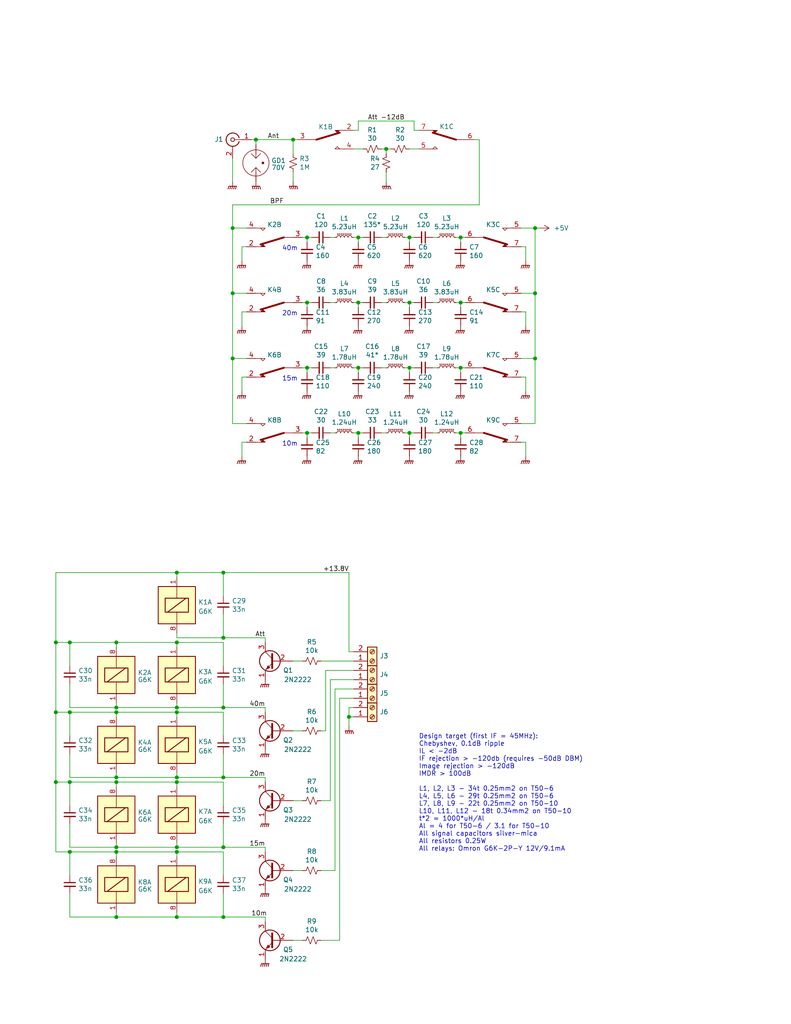
<source format=kicad_sch>
(kicad_sch (version 20230121) (generator eeschema)
  (paper "USLetter" portrait)
  (title_block (title "BPF") (date "2023-03-27") (rev "3") (company "VA3AUI"))
  (lib_symbols
    (symbol "+5V_3" (power) (pin_names (offset 0))
      (property "Value" "Mixer" (at 3.302 -1.778 90))
      (symbol "+5V_3_1_1"
        (pin power_in line (at 0 0 90) (length 0) hide (name "+5V") (number "1"))
      )
    )
    (symbol "Connector:Conn_Coaxial" (pin_names (offset 1.016) hide)
      (property "Reference" "J" (at 0.254 3.048 0))
      (property "Value" "Conn_Coaxial" (at 2.921 0 90))
      (symbol "Conn_Coaxial_1_1"
        (pin passive line (at -5.08 0 0) (length 2.54) (name "In") (number "1"))
        (pin passive line (at 0 -5.08 90) (length 2.54) (name "Ext") (number "2"))
      )
    )
    (symbol "Connector:Screw_Terminal_01x02" (pin_names (offset 1.016) hide)
      (property "Reference" "J" (at 0 2.54 0))
      (property "Value" "Screw_Terminal_01x02" (at 0 -5.08 0))
      (symbol "Screw_Terminal_01x02_1_1"
        (pin passive line (at -5.08 0 0) (length 3.81) (name "Pin_1") (number "1"))
        (pin passive line (at -5.08 -2.54 0) (length 3.81) (name "Pin_2") (number "2"))
      )
    )
    (symbol "Device:C_Small" (pin_numbers hide) (pin_names (offset 0.254) hide)
      (property "Reference" "C" (at 0.254 1.778 0))
      (property "Value" "C_Small" (at 0.254 -2.032 0))
      (symbol "C_Small_1_1"
        (pin passive line (at 0 2.54 270) (length 2.032) (name "~") (number "1"))
        (pin passive line (at 0 -2.54 90) (length 2.032) (name "~") (number "2"))
      )
    )
    (symbol "Device:GDT_2Pin" (pin_numbers hide)
      (property "Reference" "GD" (at 5.08 0 90))
      (property "Value" "GDT_2Pin" (at 7.62 0 90))
      (symbol "GDT_2Pin_1_1"
        (pin passive line (at 0 -5.08 90) (length 2.54) (name "~") (number "1"))
        (pin passive line (at 0 5.08 270) (length 2.54) (name "~") (number "3"))
      )
    )
    (symbol "Device:L_Core_Ferrite_Small" (pin_numbers hide) (pin_names (offset 0.254) hide)
      (property "Reference" "L" (at 1.27 1.016 0))
      (property "Value" "Device_L_Core_Ferrite_Small" (at 1.27 -1.27 0))
      (symbol "L_Core_Ferrite_Small_1_1"
        (pin passive line (at 0 2.54 270) (length 0.508) (name "~") (number "1"))
        (pin passive line (at 0 -2.54 90) (length 0.508) (name "~") (number "2"))
      )
    )
    (symbol "Device:R_Small_US" (pin_numbers hide) (pin_names (offset 0.254) hide)
      (property "Reference" "R" (at 0.762 0.508 0))
      (property "Value" "R_Small_US" (at 0.762 -1.016 0))
      (symbol "R_Small_US_1_1"
        (pin passive line (at 0 2.54 270) (length 1.016) (name "~") (number "1"))
        (pin passive line (at 0 -2.54 90) (length 1.016) (name "~") (number "2"))
      )
    )
    (symbol "Transistor_BJT:2N3904" (pin_names (offset 0) hide)
      (property "Reference" "Q" (at 5.08 1.905 0))
      (property "Value" "2N3904" (at 5.08 0 0))
      (symbol "2N3904_1_1"
        (pin passive line (at 2.54 -5.08 90) (length 2.54) (name "E") (number "1"))
        (pin passive line (at -5.08 0 0) (length 5.715) (name "B") (number "2"))
        (pin passive line (at 2.54 5.08 270) (length 2.54) (name "C") (number "3"))
      )
    )
    (symbol "VA3AUI:G6K-2P-Y_Split"
      (property "Reference" "K" (at 6.35 1.27 0))
      (property "Value" "G6K-2P-Y_Split" (at 6.35 -1.27 0))
      (symbol "G6K-2P-Y_Split_1_1"
        (pin passive line (at 0 7.62 270) (length 2.54) (name "~") (number "1"))
        (pin passive line (at 0 -7.62 90) (length 2.54) (name "~") (number "8"))
      )
      (symbol "G6K-2P-Y_Split_2_1"
        (pin passive line (at -2.54 7.62 270) (length 2.54) (name "~") (number "2"))
        (pin passive line (at 0 -7.62 90) (length 2.54) (name "~") (number "3"))
        (pin passive line (at 2.54 7.62 270) (length 2.54) (name "~") (number "4"))
      )
      (symbol "G6K-2P-Y_Split_3_1"
        (pin passive line (at 2.54 7.62 270) (length 2.54) (name "~") (number "5"))
        (pin passive line (at 0 -7.62 90) (length 2.54) (name "~") (number "6"))
        (pin passive line (at -2.54 7.62 270) (length 2.54) (name "~") (number "7"))
      )
    )
    (symbol "power:GNDPWR" (power) (pin_names (offset 0))
      (property "Value" "GNDPWR" (at 0 -3.302 0))
      (symbol "GNDPWR_1_1"
        (pin power_in line (at 0 0 270) (length 0) hide (name "GNDPWR") (number "1"))
      )
    )
  )
  (junction (at 48.26 250.19))
  (junction (at 31.75 250.19))
  (junction (at 125.73 82.55))
  (junction (at 60.96 173.99))
  (junction (at 15.24 213.36))
  (junction (at 63.5 62.23))
  (junction (at 97.79 64.77))
  (junction (at 19.05 194.31))
  (junction (at 31.75 232.41))
  (junction (at 48.26 212.09))
  (junction (at 31.75 212.09))
  (junction (at 48.26 232.41))
  (junction (at 111.76 82.55))
  (junction (at 48.26 213.36))
  (junction (at 60.96 212.09))
  (junction (at 31.75 194.31))
  (junction (at 146.05 80.01))
  (junction (at 111.76 64.77))
  (junction (at 80.01 38.1))
  (junction (at 146.05 97.79))
  (junction (at 60.96 250.19))
  (junction (at 60.96 156.21))
  (junction (at 63.5 80.01))
  (junction (at 15.24 194.31))
  (junction (at 125.73 118.11))
  (junction (at 111.76 118.11))
  (junction (at 105.41 40.64))
  (junction (at 83.82 100.33))
  (junction (at 97.79 82.55))
  (junction (at 19.05 232.41))
  (junction (at 60.96 231.14))
  (junction (at 31.75 175.26))
  (junction (at 97.79 118.11))
  (junction (at 31.75 213.36))
  (junction (at 125.73 100.33))
  (junction (at 15.24 175.26))
  (junction (at 69.85 38.1))
  (junction (at 111.76 100.33))
  (junction (at 48.26 175.26))
  (junction (at 97.79 100.33))
  (junction (at 31.75 231.14))
  (junction (at 63.5 97.79))
  (junction (at 95.25 195.58))
  (junction (at 48.26 194.31))
  (junction (at 19.05 175.26))
  (junction (at 48.26 231.14))
  (junction (at 83.82 82.55))
  (junction (at 60.96 193.04))
  (junction (at 31.75 193.04))
  (junction (at 83.82 118.11))
  (junction (at 125.73 64.77))
  (junction (at 48.26 156.21))
  (junction (at 83.82 64.77))
  (junction (at 146.05 62.23))
  (junction (at 48.26 193.04))
  (junction (at 19.05 213.36))
  (wire (pts (xy 95.25 156.21) (xy 95.25 177.8)))
  (wire (pts (xy 48.26 233.68) (xy 48.26 232.41)))
  (wire (pts (xy 110.49 82.55) (xy 111.76 82.55)))
  (wire (pts (xy 83.82 118.11) (xy 85.09 118.11)))
  (wire (pts (xy 48.26 213.36) (xy 60.96 213.36)))
  (wire (pts (xy 48.26 250.19) (xy 60.96 250.19)))
  (wire (pts (xy 97.79 66.04) (xy 97.79 64.77)))
  (wire (pts (xy 95.25 177.8) (xy 96.52 177.8)))
  (wire (pts (xy 146.05 97.79) (xy 142.24 97.79)))
  (wire (pts (xy 63.5 62.23) (xy 63.5 80.01)))
  (wire (pts (xy 31.75 176.53) (xy 31.75 175.26)))
  (wire (pts (xy 83.82 64.77) (xy 83.82 66.04)))
  (wire (pts (xy 19.05 186.69) (xy 19.05 193.04)))
  (wire (pts (xy 97.79 64.77) (xy 99.06 64.77)))
  (wire (pts (xy 31.75 214.63) (xy 31.75 213.36)))
  (wire (pts (xy 83.82 118.11) (xy 83.82 119.38)))
  (wire (pts (xy 111.76 83.82) (xy 111.76 82.55)))
  (wire (pts (xy 19.05 212.09) (xy 19.05 205.74)))
  (wire (pts (xy 48.26 232.41) (xy 60.96 232.41)))
  (wire (pts (xy 125.73 64.77) (xy 127 64.77)))
  (wire (pts (xy 31.75 233.68) (xy 31.75 232.41)))
  (wire (pts (xy 19.05 250.19) (xy 19.05 243.84)))
  (wire (pts (xy 111.76 40.64) (xy 114.3 40.64)))
  (wire (pts (xy 31.75 213.36) (xy 48.26 213.36)))
  (wire (pts (xy 142.24 115.57) (xy 146.05 115.57)))
  (wire (pts (xy 143.51 67.31) (xy 143.51 71.12)))
  (wire (pts (xy 111.76 66.04) (xy 111.76 64.77)))
  (wire (pts (xy 48.26 210.82) (xy 48.26 212.09)))
  (wire (pts (xy 105.41 49.53) (xy 105.41 46.99)))
  (wire (pts (xy 19.05 238.76) (xy 19.05 232.41)))
  (wire (pts (xy 96.52 40.64) (xy 99.06 40.64)))
  (wire (pts (xy 130.81 38.1) (xy 129.54 38.1)))
  (wire (pts (xy 124.46 82.55) (xy 125.73 82.55)))
  (wire (pts (xy 105.41 40.64) (xy 104.14 40.64)))
  (wire (pts (xy 63.5 97.79) (xy 63.5 115.57)))
  (wire (pts (xy 66.04 124.46) (xy 66.04 120.65)))
  (wire (pts (xy 87.63 237.49) (xy 91.44 237.49)))
  (wire (pts (xy 48.26 173.99) (xy 60.96 173.99)))
  (wire (pts (xy 60.96 250.19) (xy 72.39 250.19)))
  (wire (pts (xy 48.26 191.77) (xy 48.26 193.04)))
  (wire (pts (xy 66.04 67.31) (xy 67.31 67.31)))
  (wire (pts (xy 143.51 106.68) (xy 143.51 102.87)))
  (wire (pts (xy 60.96 173.99) (xy 72.39 173.99)))
  (wire (pts (xy 31.75 194.31) (xy 48.26 194.31)))
  (wire (pts (xy 125.73 119.38) (xy 125.73 118.11)))
  (wire (pts (xy 91.44 187.96) (xy 96.52 187.96)))
  (wire (pts (xy 83.82 64.77) (xy 85.09 64.77)))
  (wire (pts (xy 19.05 213.36) (xy 31.75 213.36)))
  (wire (pts (xy 97.79 101.6) (xy 97.79 100.33)))
  (wire (pts (xy 91.44 237.49) (xy 91.44 187.96)))
  (wire (pts (xy 48.26 214.63) (xy 48.26 213.36)))
  (wire (pts (xy 125.73 101.6) (xy 125.73 100.33)))
  (wire (pts (xy 130.81 38.1) (xy 130.81 55.88)))
  (wire (pts (xy 125.73 100.33) (xy 127 100.33)))
  (wire (pts (xy 60.96 162.56) (xy 60.96 156.21)))
  (wire (pts (xy 97.79 33.02) (xy 97.79 35.56)))
  (wire (pts (xy 48.26 175.26) (xy 60.96 175.26)))
  (wire (pts (xy 97.79 82.55) (xy 99.06 82.55)))
  (wire (pts (xy 90.17 64.77) (xy 91.44 64.77)))
  (wire (pts (xy 72.39 173.99) (xy 72.39 175.26)))
  (wire (pts (xy 80.01 256.54) (xy 82.55 256.54)))
  (wire (pts (xy 80.01 199.39) (xy 82.55 199.39)))
  (wire (pts (xy 113.03 35.56) (xy 113.03 33.02)))
  (wire (pts (xy 60.96 238.76) (xy 60.96 232.41)))
  (wire (pts (xy 60.96 212.09) (xy 72.39 212.09)))
  (wire (pts (xy 60.96 186.69) (xy 60.96 193.04)))
  (wire (pts (xy 15.24 175.26) (xy 15.24 194.31)))
  (wire (pts (xy 97.79 100.33) (xy 99.06 100.33)))
  (wire (pts (xy 60.96 213.36) (xy 60.96 219.71)))
  (wire (pts (xy 96.52 100.33) (xy 97.79 100.33)))
  (wire (pts (xy 31.75 229.87) (xy 31.75 231.14)))
  (wire (pts (xy 31.75 248.92) (xy 31.75 250.19)))
  (wire (pts (xy 118.11 64.77) (xy 119.38 64.77)))
  (wire (pts (xy 111.76 100.33) (xy 113.03 100.33)))
  (wire (pts (xy 48.26 176.53) (xy 48.26 175.26)))
  (wire (pts (xy 124.46 118.11) (xy 125.73 118.11)))
  (wire (pts (xy 15.24 156.21) (xy 15.24 175.26)))
  (wire (pts (xy 88.9 199.39) (xy 88.9 182.88)))
  (wire (pts (xy 60.96 156.21) (xy 95.25 156.21)))
  (wire (pts (xy 19.05 213.36) (xy 15.24 213.36)))
  (wire (pts (xy 48.26 195.58) (xy 48.26 194.31)))
  (wire (pts (xy 96.52 82.55) (xy 97.79 82.55)))
  (wire (pts (xy 48.26 157.48) (xy 48.26 156.21)))
  (wire (pts (xy 80.01 180.34) (xy 82.55 180.34)))
  (wire (pts (xy 125.73 66.04) (xy 125.73 64.77)))
  (wire (pts (xy 60.96 224.79) (xy 60.96 231.14)))
  (wire (pts (xy 111.76 119.38) (xy 111.76 118.11)))
  (wire (pts (xy 95.25 195.58) (xy 95.25 198.12)))
  (wire (pts (xy 142.24 62.23) (xy 146.05 62.23)))
  (wire (pts (xy 114.3 35.56) (xy 113.03 35.56)))
  (wire (pts (xy 97.79 118.11) (xy 99.06 118.11)))
  (wire (pts (xy 69.85 38.1) (xy 80.01 38.1)))
  (wire (pts (xy 83.82 82.55) (xy 85.09 82.55)))
  (wire (pts (xy 146.05 80.01) (xy 146.05 97.79)))
  (wire (pts (xy 48.26 193.04) (xy 60.96 193.04)))
  (wire (pts (xy 63.5 49.53) (xy 63.5 43.18)))
  (wire (pts (xy 80.01 237.49) (xy 82.55 237.49)))
  (wire (pts (xy 63.5 115.57) (xy 67.31 115.57)))
  (wire (pts (xy 125.73 83.82) (xy 125.73 82.55)))
  (wire (pts (xy 72.39 212.09) (xy 72.39 213.36)))
  (wire (pts (xy 31.75 191.77) (xy 31.75 193.04)))
  (wire (pts (xy 15.24 194.31) (xy 15.24 213.36)))
  (wire (pts (xy 124.46 100.33) (xy 125.73 100.33)))
  (wire (pts (xy 66.04 120.65) (xy 67.31 120.65)))
  (wire (pts (xy 63.5 80.01) (xy 67.31 80.01)))
  (wire (pts (xy 72.39 193.04) (xy 72.39 194.31)))
  (wire (pts (xy 104.14 64.77) (xy 105.41 64.77)))
  (wire (pts (xy 110.49 118.11) (xy 111.76 118.11)))
  (wire (pts (xy 143.51 102.87) (xy 142.24 102.87)))
  (wire (pts (xy 15.24 213.36) (xy 15.24 232.41)))
  (wire (pts (xy 87.63 256.54) (xy 92.71 256.54)))
  (wire (pts (xy 90.17 100.33) (xy 91.44 100.33)))
  (wire (pts (xy 82.55 82.55) (xy 83.82 82.55)))
  (wire (pts (xy 95.25 193.04) (xy 95.25 195.58)))
  (wire (pts (xy 19.05 250.19) (xy 31.75 250.19)))
  (wire (pts (xy 90.17 218.44) (xy 90.17 185.42)))
  (wire (pts (xy 97.79 83.82) (xy 97.79 82.55)))
  (wire (pts (xy 90.17 118.11) (xy 91.44 118.11)))
  (wire (pts (xy 111.76 101.6) (xy 111.76 100.33)))
  (wire (pts (xy 82.55 64.77) (xy 83.82 64.77)))
  (wire (pts (xy 19.05 194.31) (xy 31.75 194.31)))
  (wire (pts (xy 63.5 97.79) (xy 67.31 97.79)))
  (wire (pts (xy 124.46 64.77) (xy 125.73 64.77)))
  (wire (pts (xy 66.04 106.68) (xy 66.04 102.87)))
  (wire (pts (xy 80.01 38.1) (xy 81.28 38.1)))
  (wire (pts (xy 19.05 232.41) (xy 31.75 232.41)))
  (wire (pts (xy 125.73 118.11) (xy 127 118.11)))
  (wire (pts (xy 90.17 218.44) (xy 87.63 218.44)))
  (wire (pts (xy 19.05 175.26) (xy 19.05 181.61)))
  (wire (pts (xy 96.52 118.11) (xy 97.79 118.11)))
  (wire (pts (xy 60.96 231.14) (xy 72.39 231.14)))
  (wire (pts (xy 63.5 80.01) (xy 63.5 97.79)))
  (wire (pts (xy 66.04 85.09) (xy 67.31 85.09)))
  (wire (pts (xy 111.76 118.11) (xy 113.03 118.11)))
  (wire (pts (xy 15.24 232.41) (xy 19.05 232.41)))
  (wire (pts (xy 142.24 120.65) (xy 143.51 120.65)))
  (wire (pts (xy 48.26 172.72) (xy 48.26 173.99)))
  (wire (pts (xy 19.05 175.26) (xy 31.75 175.26)))
  (wire (pts (xy 31.75 210.82) (xy 31.75 212.09)))
  (wire (pts (xy 83.82 82.55) (xy 83.82 83.82)))
  (wire (pts (xy 88.9 182.88) (xy 96.52 182.88)))
  (wire (pts (xy 96.52 64.77) (xy 97.79 64.77)))
  (wire (pts (xy 95.25 195.58) (xy 96.52 195.58)))
  (wire (pts (xy 66.04 102.87) (xy 67.31 102.87)))
  (wire (pts (xy 125.73 82.55) (xy 127 82.55)))
  (wire (pts (xy 48.26 194.31) (xy 60.96 194.31)))
  (wire (pts (xy 92.71 256.54) (xy 92.71 190.5)))
  (wire (pts (xy 104.14 82.55) (xy 105.41 82.55)))
  (wire (pts (xy 19.05 212.09) (xy 31.75 212.09)))
  (wire (pts (xy 82.55 118.11) (xy 83.82 118.11)))
  (wire (pts (xy 48.26 231.14) (xy 60.96 231.14)))
  (wire (pts (xy 31.75 212.09) (xy 48.26 212.09)))
  (wire (pts (xy 31.75 232.41) (xy 48.26 232.41)))
  (wire (pts (xy 67.31 62.23) (xy 63.5 62.23)))
  (wire (pts (xy 110.49 100.33) (xy 111.76 100.33)))
  (wire (pts (xy 60.96 194.31) (xy 60.96 200.66)))
  (wire (pts (xy 118.11 100.33) (xy 119.38 100.33)))
  (wire (pts (xy 19.05 194.31) (xy 15.24 194.31)))
  (wire (pts (xy 19.05 219.71) (xy 19.05 213.36)))
  (wire (pts (xy 31.75 195.58) (xy 31.75 194.31)))
  (wire (pts (xy 48.26 156.21) (xy 60.96 156.21)))
  (wire (pts (xy 72.39 250.19) (xy 72.39 251.46)))
  (wire (pts (xy 83.82 100.33) (xy 83.82 101.6)))
  (wire (pts (xy 19.05 231.14) (xy 19.05 224.79)))
  (wire (pts (xy 68.58 38.1) (xy 69.85 38.1)))
  (wire (pts (xy 90.17 82.55) (xy 91.44 82.55)))
  (wire (pts (xy 105.41 41.91) (xy 105.41 40.64)))
  (wire (pts (xy 19.05 231.14) (xy 31.75 231.14)))
  (wire (pts (xy 19.05 175.26) (xy 15.24 175.26)))
  (wire (pts (xy 63.5 55.88) (xy 130.81 55.88)))
  (wire (pts (xy 66.04 71.12) (xy 66.04 67.31)))
  (wire (pts (xy 31.75 250.19) (xy 48.26 250.19)))
  (wire (pts (xy 143.51 120.65) (xy 143.51 124.46)))
  (wire (pts (xy 110.49 64.77) (xy 111.76 64.77)))
  (wire (pts (xy 82.55 100.33) (xy 83.82 100.33)))
  (wire (pts (xy 111.76 82.55) (xy 113.03 82.55)))
  (wire (pts (xy 60.96 167.64) (xy 60.96 173.99)))
  (wire (pts (xy 72.39 231.14) (xy 72.39 232.41)))
  (wire (pts (xy 80.01 46.99) (xy 80.01 49.53)))
  (wire (pts (xy 19.05 200.66) (xy 19.05 194.31)))
  (wire (pts (xy 146.05 115.57) (xy 146.05 97.79)))
  (wire (pts (xy 96.52 180.34) (xy 87.63 180.34)))
  (wire (pts (xy 143.51 88.9) (xy 143.51 85.09)))
  (wire (pts (xy 48.26 212.09) (xy 60.96 212.09)))
  (wire (pts (xy 97.79 33.02) (xy 113.03 33.02)))
  (wire (pts (xy 80.01 218.44) (xy 82.55 218.44)))
  (wire (pts (xy 60.96 205.74) (xy 60.96 212.09)))
  (wire (pts (xy 111.76 64.77) (xy 113.03 64.77)))
  (wire (pts (xy 31.75 231.14) (xy 48.26 231.14)))
  (wire (pts (xy 106.68 40.64) (xy 105.41 40.64)))
  (wire (pts (xy 146.05 62.23) (xy 146.05 80.01)))
  (wire (pts (xy 118.11 118.11) (xy 119.38 118.11)))
  (wire (pts (xy 31.75 193.04) (xy 48.26 193.04)))
  (wire (pts (xy 48.26 250.19) (xy 48.26 248.92)))
  (wire (pts (xy 104.14 118.11) (xy 105.41 118.11)))
  (wire (pts (xy 60.96 175.26) (xy 60.96 181.61)))
  (wire (pts (xy 142.24 80.01) (xy 146.05 80.01)))
  (wire (pts (xy 143.51 85.09) (xy 142.24 85.09)))
  (wire (pts (xy 19.05 193.04) (xy 31.75 193.04)))
  (wire (pts (xy 31.75 175.26) (xy 48.26 175.26)))
  (wire (pts (xy 104.14 100.33) (xy 105.41 100.33)))
  (wire (pts (xy 83.82 100.33) (xy 85.09 100.33)))
  (wire (pts (xy 146.05 62.23) (xy 147.32 62.23)))
  (wire (pts (xy 118.11 82.55) (xy 119.38 82.55)))
  (wire (pts (xy 63.5 55.88) (xy 63.5 62.23)))
  (wire (pts (xy 96.52 193.04) (xy 95.25 193.04)))
  (wire (pts (xy 97.79 119.38) (xy 97.79 118.11)))
  (wire (pts (xy 80.01 38.1) (xy 80.01 41.91)))
  (wire (pts (xy 48.26 229.87) (xy 48.26 231.14)))
  (wire (pts (xy 60.96 193.04) (xy 72.39 193.04)))
  (wire (pts (xy 69.85 38.1) (xy 69.85 39.37)))
  (wire (pts (xy 97.79 35.56) (xy 96.52 35.56)))
  (wire (pts (xy 66.04 88.9) (xy 66.04 85.09)))
  (wire (pts (xy 142.24 67.31) (xy 143.51 67.31)))
  (wire (pts (xy 92.71 190.5) (xy 96.52 190.5)))
  (wire (pts (xy 90.17 185.42) (xy 96.52 185.42)))
  (wire (pts (xy 60.96 243.84) (xy 60.96 250.19)))
  (wire (pts (xy 15.24 156.21) (xy 48.26 156.21)))
  (wire (pts (xy 87.63 199.39) (xy 88.9 199.39)))
  (text "15m" (at 81.28 104.14 0) (effects (font (size 1.27 1.27)) (justify right bottom)))
  (text "40m" (at 81.28 68.58 0) (effects (font (size 1.27 1.27)) (justify right bottom)))
  (text "10m" (at 81.28 121.92 0) (effects (font (size 1.27 1.27)) (justify right bottom)))
  (text "20m" (at 81.28 86.36 0) (effects (font (size 1.27 1.27)) (justify right bottom)))
  (text "Design target (first IF = 45MHz):\nChebyshev, 0.1dB ripple\nIL < -2dB\nIF rejection > -120db (requires -50dB DBM)\nImage rejection > -120dB\nIMDR > 100dB\n\nL1, L2, L3 - 34t 0.25mm2 on T50-6\nL4, L5, L6 - 29t 0.25mm2 on T50-6\nL7, L8, L9 - 22t 0.25mm2 on T50-10\nL10, L11, L12 - 18t 0.34mm2 on T50-10\nt*2 = 1000*uH/Al\nAl = 4 for T50-6 / 3.1 for T50-10\nAll signal capacitors silver-mica\nAll resistors 0.25W\nAll relays: Omron G6K-2P-Y 12V/9.1mA\n" (at 114.3 232.41 0) (effects (font (size 1.27 1.27)) (justify left bottom)))
  (label "40m" (at 72.39 193.04 180))
  (label "10m" (at 68.58 250.19 0))
  (label "Att" (at 72.39 173.99 180))
  (label "+13.8V" (at 95.25 156.21 180))
  (label "Ant" (at 76.2 38.1 180))
  (label "20m" (at 72.39 212.09 180))
  (label "BPF" (at 73.66 55.88 0))
  (label "15m" (at 72.39 231.14 180))
  (label "Att -12dB" (at 110.49 33.02 180))
  (symbol (lib_id "power:GNDPWR") (at 105.41 49.53 0) (mirror y) (unit 1)
    (property "Reference" "#PWR04" (effects hide))
    (property "Value" "GNDPWR" (effects hide))
  )
  (symbol (lib_id "Device:L_Core_Ferrite_Small") (at 121.92 64.77 90) (unit 1)
    (property "Reference" "L3" (at 121.92 59.563 90))
    (property "Value" "5.23uH" (at 121.92 61.8744 90))
    (property "Footprint" "VA3AUI:T50-6" (effects hide))
  )
  (symbol (lib_id "Device:C_Small") (at 60.96 165.1 0) (unit 1)
    (property "Reference" "C29" (at 63.2968 163.9316 0) (effects (justify left)))
    (property "Value" "33n" (at 63.2968 166.243 0) (effects (justify left)))
    (property "Footprint" "VA3AUI:C_Disc_D5.1mm_W3.2mm_P5.00mm_MLCC" (effects hide))
  )
  (symbol (lib_id "Device:C_Small") (at 111.76 68.58 180) (unit 1)
    (property "Reference" "C6" (at 114.0968 67.4116 0) (effects (justify right)))
    (property "Value" "620" (at 114.0968 69.723 0) (effects (justify right)))
    (property "Footprint" "VA3AUI:C_Rect_L11.5mm_W4.0mm_P5.00mm_Silver_Mica" (effects hide))
  )
  (symbol (lib_id "Device:C_Small") (at 115.57 64.77 270) (unit 1)
    (property "Reference" "C3" (at 115.57 58.9534 90))
    (property "Value" "120" (at 115.57 61.2648 90))
    (property "Footprint" "VA3AUI:C_Rect_L11.5mm_W4.0mm_P5.00mm_Silver_Mica" (effects hide))
  )
  (symbol (lib_id "power:GNDPWR") (at 111.76 71.12 0) (unit 1)
    (property "Reference" "#PWR09" (effects hide))
    (property "Value" "GNDPWR" (effects hide))
  )
  (symbol (lib_id "Device:C_Small") (at 19.05 184.15 0) (unit 1)
    (property "Reference" "C30" (at 21.3868 182.9816 0) (effects (justify left)))
    (property "Value" "33n" (at 21.3868 185.293 0) (effects (justify left)))
    (property "Footprint" "VA3AUI:C_Disc_D5.1mm_W3.2mm_P5.00mm_MLCC" (effects hide))
  )
  (symbol (lib_id "Device:C_Small") (at 60.96 184.15 0) (unit 1)
    (property "Reference" "C31" (at 63.2968 182.9816 0) (effects (justify left)))
    (property "Value" "33n" (at 63.2968 185.293 0) (effects (justify left)))
    (property "Footprint" "VA3AUI:C_Disc_D5.1mm_W3.2mm_P5.00mm_MLCC" (effects hide))
  )
  (symbol (lib_id "Device:R_Small_US") (at 109.22 40.64 90) (mirror x) (unit 1)
    (property "Reference" "R2" (at 109.22 35.433 90))
    (property "Value" "30" (at 109.22 37.7444 90))
    (property "Footprint" "VA3AUI:R_Axial_DIN0207_L6.3mm_D2.5mm_P10.16mm_Horizontal" (effects hide))
  )
  (symbol (lib_id "Device:R_Small_US") (at 101.6 40.64 90) (mirror x) (unit 1)
    (property "Reference" "R1" (at 101.6 35.433 90))
    (property "Value" "30" (at 101.6 37.7444 90))
    (property "Footprint" "VA3AUI:R_Axial_DIN0207_L6.3mm_D2.5mm_P10.16mm_Horizontal" (effects hide))
  )
  (symbol (lib_id "Device:R_Small_US") (at 105.41 44.45 0) (mirror x) (unit 1)
    (property "Reference" "R4" (at 103.6828 43.2816 0) (effects (justify right)))
    (property "Value" "27" (at 103.6828 45.593 0) (effects (justify right)))
    (property "Footprint" "VA3AUI:R_Axial_DIN0207_L6.3mm_D2.5mm_P10.16mm_Horizontal" (effects hide))
  )
  (symbol (lib_id "power:GNDPWR") (at 63.5 49.53 0) (unit 1)
    (property "Reference" "#PWR01" (effects hide))
    (property "Value" "GNDPWR" (effects hide))
  )
  (symbol (lib_id "power:GNDPWR") (at 66.04 71.12 0) (unit 1)
    (property "Reference" "#PWR06" (effects hide))
    (property "Value" "GNDPWR" (effects hide))
  )
  (symbol (lib_id "power:GNDPWR") (at 143.51 71.12 0) (unit 1)
    (property "Reference" "#PWR011" (effects hide))
    (property "Value" "GNDPWR" (effects hide))
  )
  (symbol (lib_id "Transistor_BJT:2N3904") (at 74.93 180.34 0) (mirror y) (unit 1)
    (property "Reference" "Q1" (at 80.01 182.88 0) (effects (justify left)))
    (property "Value" "2N2222" (at 85.09 185.42 0) (effects (justify left)))
    (property "Footprint" "VA3AUI:TO-92_2N2222" (effects hide))
    (property "Datasheet" "https://www.onsemi.com/pub/Collateral/2N3903-D.PDF" (effects hide))
  )
  (symbol (lib_id "Device:R_Small_US") (at 85.09 180.34 270) (unit 1)
    (property "Reference" "R5" (at 85.09 175.133 90))
    (property "Value" "10k" (at 85.09 177.4444 90))
    (property "Footprint" "VA3AUI:R_Axial_DIN0207_L6.3mm_D2.5mm_P10.16mm_Horizontal" (effects hide))
  )
  (symbol (lib_id "Device:R_Small_US") (at 85.09 199.39 270) (unit 1)
    (property "Reference" "R6" (at 85.09 194.183 90))
    (property "Value" "10k" (at 85.09 196.4944 90))
    (property "Footprint" "VA3AUI:R_Axial_DIN0207_L6.3mm_D2.5mm_P10.16mm_Horizontal" (effects hide))
  )
  (symbol (lib_id "Device:R_Small_US") (at 85.09 218.44 270) (unit 1)
    (property "Reference" "R7" (at 85.09 213.233 90))
    (property "Value" "10k" (at 85.09 215.5444 90))
    (property "Footprint" "VA3AUI:R_Axial_DIN0207_L6.3mm_D2.5mm_P10.16mm_Horizontal" (effects hide))
  )
  (symbol (lib_id "power:GNDPWR") (at 72.39 185.42 0) (unit 1)
    (property "Reference" "#PWR030" (effects hide))
    (property "Value" "GNDPWR" (effects hide))
  )
  (symbol (lib_id "power:GNDPWR") (at 72.39 204.47 0) (unit 1)
    (property "Reference" "#PWR032" (effects hide))
    (property "Value" "GNDPWR" (effects hide))
  )
  (symbol (lib_id "power:GNDPWR") (at 72.39 223.52 0) (unit 1)
    (property "Reference" "#PWR033" (effects hide))
    (property "Value" "GNDPWR" (effects hide))
  )
  (symbol (lib_id "Transistor_BJT:2N3904") (at 74.93 199.39 0) (mirror y) (unit 1)
    (property "Reference" "Q2" (at 80.01 201.93 0) (effects (justify left)))
    (property "Value" "2N2222" (at 85.09 204.47 0) (effects (justify left)))
    (property "Footprint" "VA3AUI:TO-92_2N2222" (effects hide))
    (property "Datasheet" "https://www.onsemi.com/pub/Collateral/2N3903-D.PDF" (effects hide))
  )
  (symbol (lib_id "Transistor_BJT:2N3904") (at 74.93 218.44 0) (mirror y) (unit 1)
    (property "Reference" "Q3" (at 80.01 220.98 0) (effects (justify left)))
    (property "Value" "2N2222" (at 85.09 223.52 0) (effects (justify left)))
    (property "Footprint" "VA3AUI:TO-92_2N2222" (effects hide))
    (property "Datasheet" "https://www.onsemi.com/pub/Collateral/2N3903-D.PDF" (effects hide))
  )
  (symbol (lib_id "power:GNDPWR") (at 143.51 88.9 0) (unit 1)
    (property "Reference" "#PWR017" (effects hide))
    (property "Value" "GNDPWR" (effects hide))
  )
  (symbol (lib_id "power:GNDPWR") (at 66.04 88.9 0) (unit 1)
    (property "Reference" "#PWR012" (effects hide))
    (property "Value" "GNDPWR" (effects hide))
  )
  (symbol (lib_id "Device:C_Small") (at 60.96 203.2 0) (unit 1)
    (property "Reference" "C33" (at 63.2968 202.0316 0) (effects (justify left)))
    (property "Value" "33n" (at 63.2968 204.343 0) (effects (justify left)))
    (property "Footprint" "VA3AUI:C_Disc_D5.1mm_W3.2mm_P5.00mm_MLCC" (effects hide))
  )
  (symbol (lib_id "Device:C_Small") (at 19.05 203.2 0) (unit 1)
    (property "Reference" "C32" (at 21.3868 202.0316 0) (effects (justify left)))
    (property "Value" "33n" (at 21.3868 204.343 0) (effects (justify left)))
    (property "Footprint" "VA3AUI:C_Disc_D5.1mm_W3.2mm_P5.00mm_MLCC" (effects hide))
  )
  (symbol (lib_id "Device:C_Small") (at 60.96 222.25 0) (unit 1)
    (property "Reference" "C35" (at 63.2968 221.0816 0) (effects (justify left)))
    (property "Value" "33n" (at 63.2968 223.393 0) (effects (justify left)))
    (property "Footprint" "VA3AUI:C_Disc_D5.1mm_W3.2mm_P5.00mm_MLCC" (effects hide))
  )
  (symbol (lib_id "Device:C_Small") (at 19.05 222.25 0) (unit 1)
    (property "Reference" "C34" (at 21.3868 221.0816 0) (effects (justify left)))
    (property "Value" "33n" (at 21.3868 223.393 0) (effects (justify left)))
    (property "Footprint" "VA3AUI:C_Disc_D5.1mm_W3.2mm_P5.00mm_MLCC" (effects hide))
  )
  (symbol (lib_id "power:GNDPWR") (at 143.51 124.46 0) (unit 1)
    (property "Reference" "#PWR029" (effects hide))
    (property "Value" "GNDPWR" (effects hide))
  )
  (symbol (lib_id "power:GNDPWR") (at 66.04 124.46 0) (unit 1)
    (property "Reference" "#PWR024" (effects hide))
    (property "Value" "GNDPWR" (effects hide))
  )
  (symbol (lib_id "Device:C_Small") (at 60.96 241.3 0) (unit 1)
    (property "Reference" "C37" (at 63.2968 240.1316 0) (effects (justify left)))
    (property "Value" "33n" (at 63.2968 242.443 0) (effects (justify left)))
    (property "Footprint" "VA3AUI:C_Disc_D5.1mm_W3.2mm_P5.00mm_MLCC" (effects hide))
  )
  (symbol (lib_id "Device:C_Small") (at 19.05 241.3 0) (unit 1)
    (property "Reference" "C36" (at 21.3868 240.1316 0) (effects (justify left)))
    (property "Value" "33n" (at 21.3868 242.443 0) (effects (justify left)))
    (property "Footprint" "VA3AUI:C_Disc_D5.1mm_W3.2mm_P5.00mm_MLCC" (effects hide))
  )
  (symbol (lib_id "Connector:Screw_Terminal_01x02") (at 101.6 185.42 0) (mirror x) (unit 1)
    (property "Reference" "J4" (at 103.632 184.0484 0) (effects (justify left)))
    (property "Value" "Screw_Terminal_01x02" (effects hide))
    (property "Footprint" "VA3AUI:2poles_screw_tb" (effects hide))
  )
  (symbol (lib_id "Connector:Screw_Terminal_01x02") (at 101.6 190.5 0) (mirror x) (unit 1)
    (property "Reference" "J5" (at 103.632 189.1284 0) (effects (justify left)))
    (property "Value" "Screw_Terminal_01x02" (effects hide))
    (property "Footprint" "VA3AUI:2poles_screw_tb" (effects hide))
  )
  (symbol (lib_id "power:GNDPWR") (at 72.39 261.62 0) (unit 1)
    (property "Reference" "#PWR035" (effects hide))
    (property "Value" "GNDPWR" (effects hide))
  )
  (symbol (lib_id "Connector:Conn_Coaxial") (at 63.5 38.1 0) (mirror y) (unit 1)
    (property "Reference" "J1" (at 60.96 38.735 0) (effects (justify left bottom)))
    (property "Value" "Conn_Coaxial" (effects hide))
    (property "Footprint" "VA3AUI:SMA" (effects hide))
    (property "Datasheet" " ~" (effects hide))
  )
  (symbol (lib_id "power:GNDPWR") (at 143.51 106.68 0) (unit 1)
    (property "Reference" "#PWR023" (effects hide))
    (property "Value" "GNDPWR" (effects hide))
  )
  (symbol (lib_id "power:GNDPWR") (at 66.04 106.68 0) (unit 1)
    (property "Reference" "#PWR018" (effects hide))
    (property "Value" "GNDPWR" (effects hide))
  )
  (symbol (lib_id "Transistor_BJT:2N3904") (at 74.93 237.49 0) (mirror y) (unit 1)
    (property "Reference" "Q4" (at 80.01 240.03 0) (effects (justify left)))
    (property "Value" "2N2222" (at 85.09 242.57 0) (effects (justify left)))
    (property "Footprint" "VA3AUI:TO-92_2N2222" (effects hide))
    (property "Datasheet" "https://www.onsemi.com/pub/Collateral/2N3903-D.PDF" (effects hide))
  )
  (symbol (lib_id "power:GNDPWR") (at 72.39 242.57 0) (unit 1)
    (property "Reference" "#PWR034" (effects hide))
    (property "Value" "GNDPWR" (effects hide))
  )
  (symbol (lib_id "Device:R_Small_US") (at 85.09 237.49 270) (unit 1)
    (property "Reference" "R8" (at 85.09 232.283 90))
    (property "Value" "10k" (at 85.09 234.5944 90))
    (property "Footprint" "VA3AUI:R_Axial_DIN0207_L6.3mm_D2.5mm_P10.16mm_Horizontal" (effects hide))
  )
  (symbol (lib_id "Connector:Screw_Terminal_01x02") (at 101.6 195.58 0) (mirror x) (unit 1)
    (property "Reference" "J6" (at 103.632 194.2084 0) (effects (justify left)))
    (property "Value" "Screw_Terminal_01x02" (effects hide))
    (property "Footprint" "VA3AUI:2poles_screw_tb" (effects hide))
  )
  (symbol (lib_id "power:GNDPWR") (at 95.25 198.12 0) (mirror y) (unit 1)
    (property "Reference" "#PWR031" (effects hide))
    (property "Value" "GNDPWR" (effects hide))
  )
  (symbol (lib_id "Transistor_BJT:2N3904") (at 74.93 256.54 0) (mirror y) (unit 1)
    (property "Reference" "Q5" (at 80.01 259.08 0) (effects (justify left)))
    (property "Value" "2N2222" (at 83.82 261.62 0) (effects (justify left)))
    (property "Footprint" "VA3AUI:TO-92_2N2222" (effects hide))
    (property "Datasheet" "https://www.onsemi.com/pub/Collateral/2N3903-D.PDF" (effects hide))
  )
  (symbol (lib_id "Device:R_Small_US") (at 85.09 256.54 270) (unit 1)
    (property "Reference" "R9" (at 85.09 251.333 90))
    (property "Value" "10k" (at 85.09 253.6444 90))
    (property "Footprint" "VA3AUI:R_Axial_DIN0207_L6.3mm_D2.5mm_P10.16mm_Horizontal" (effects hide))
  )
  (symbol (lib_id "Connector:Screw_Terminal_01x02") (at 101.6 180.34 0) (mirror x) (unit 1)
    (property "Reference" "J3" (at 103.632 178.9684 0) (effects (justify left)))
    (property "Value" "Screw_Terminal_01x02" (effects hide))
    (property "Footprint" "VA3AUI:2poles_screw_tb" (effects hide))
  )
  (symbol (lib_id "VA3AUI:G6K-2P-Y_Split") (at 31.75 184.15 180) (unit 1)
    (property "Reference" "K2" (at 37.592 183.5063 0) (effects (justify right)))
    (property "Value" "G6K" (at 37.592 185.4273 0) (effects (justify right)))
    (property "Footprint" "VA3AUI:G6K-2P-Y" (effects hide))
    (property "Datasheet" "http://omronfs.omron.com/en_US/ecb/products/pdf/en-g5v_2.pdf" (effects hide))
  )
  (symbol (lib_id "Device:C_Small") (at 111.76 86.36 180) (unit 1)
    (property "Reference" "C13" (at 114.0968 85.1916 0) (effects (justify right)))
    (property "Value" "270" (at 114.0968 87.503 0) (effects (justify right)))
    (property "Footprint" "VA3AUI:C_Rect_L11.5mm_W4.0mm_P5.00mm_Silver_Mica" (effects hide))
  )
  (symbol (lib_id "power:GNDPWR") (at 83.82 71.12 0) (unit 1)
    (property "Reference" "#PWR07" (effects hide))
    (property "Value" "GNDPWR" (effects hide))
  )
  (symbol (lib_id "power:GNDPWR") (at 97.79 88.9 0) (unit 1)
    (property "Reference" "#PWR014" (effects hide))
    (property "Value" "GNDPWR" (effects hide))
  )
  (symbol (lib_id "power:GNDPWR") (at 111.76 106.68 0) (unit 1)
    (property "Reference" "#PWR021" (effects hide))
    (property "Value" "GNDPWR" (effects hide))
  )
  (symbol (lib_id "Device:L_Core_Ferrite_Small") (at 93.98 118.11 90) (unit 1)
    (property "Reference" "L10" (at 93.98 112.903 90))
    (property "Value" "1.24uH" (at 93.98 115.2144 90))
    (property "Footprint" "VA3AUI:T50-6" (effects hide))
  )
  (symbol (lib_id "VA3AUI:G6K-2P-Y_Split") (at 74.93 118.11 90) (unit 2)
    (property "Reference" "K8" (at 74.93 114.6081 90))
    (property "Value" "G6K" (effects hide))
    (property "Footprint" "VA3AUI:G6K-2P-Y" (effects hide))
    (property "Datasheet" "http://omronfs.omron.com/en_US/ecb/products/pdf/en-g5v_2.pdf" (effects hide))
  )
  (symbol (lib_id "Device:C_Small") (at 111.76 104.14 180) (unit 1)
    (property "Reference" "C20" (at 114.0968 102.9716 0) (effects (justify right)))
    (property "Value" "240" (at 114.0968 105.283 0) (effects (justify right)))
    (property "Footprint" "VA3AUI:C_Rect_L11.5mm_W4.0mm_P5.00mm_Silver_Mica" (effects hide))
  )
  (symbol (lib_id "Device:C_Small") (at 125.73 121.92 180) (unit 1)
    (property "Reference" "C28" (at 128.0668 120.7516 0) (effects (justify right)))
    (property "Value" "82" (at 128.0668 123.063 0) (effects (justify right)))
    (property "Footprint" "VA3AUI:C_Rect_L11.5mm_W4.0mm_P5.00mm_Silver_Mica" (effects hide))
  )
  (symbol (lib_id "Device:C_Small") (at 97.79 121.92 180) (unit 1)
    (property "Reference" "C26" (at 100.1268 120.7516 0) (effects (justify right)))
    (property "Value" "180" (at 100.1268 123.063 0) (effects (justify right)))
    (property "Footprint" "VA3AUI:C_Rect_L11.5mm_W4.0mm_P5.00mm_Silver_Mica" (effects hide))
  )
  (symbol (lib_id "Device:L_Core_Ferrite_Small") (at 107.95 82.55 90) (unit 1)
    (property "Reference" "L5" (at 107.95 77.343 90))
    (property "Value" "3.83uH" (at 107.95 79.6544 90))
    (property "Footprint" "VA3AUI:T50-6" (effects hide))
  )
  (symbol (lib_id "power:GNDPWR") (at 83.82 124.46 0) (unit 1)
    (property "Reference" "#PWR025" (effects hide))
    (property "Value" "GNDPWR" (effects hide))
  )
  (symbol (lib_id "power:GNDPWR") (at 125.73 88.9 0) (unit 1)
    (property "Reference" "#PWR016" (effects hide))
    (property "Value" "GNDPWR" (effects hide))
  )
  (symbol (lib_id "Device:L_Core_Ferrite_Small") (at 121.92 100.33 90) (unit 1)
    (property "Reference" "L9" (at 121.92 95.123 90))
    (property "Value" "1.78uH" (at 121.92 97.4344 90))
    (property "Footprint" "VA3AUI:T50-6" (effects hide))
  )
  (symbol (lib_id "Device:C_Small") (at 115.57 82.55 270) (unit 1)
    (property "Reference" "C10" (at 115.57 76.7334 90))
    (property "Value" "36" (at 115.57 79.0448 90))
    (property "Footprint" "VA3AUI:C_Rect_L11.5mm_W4.0mm_P5.00mm_Silver_Mica" (effects hide))
  )
  (symbol (lib_id "VA3AUI:G6K-2P-Y_Split") (at 88.9 38.1 270) (unit 2)
    (property "Reference" "K1" (at 88.9 34.5981 90))
    (property "Value" "G6K" (effects hide))
    (property "Footprint" "VA3AUI:G6K-2P-Y" (effects hide))
    (property "Datasheet" "http://omronfs.omron.com/en_US/ecb/products/pdf/en-g5v_2.pdf" (effects hide))
  )
  (symbol (lib_id "Device:R_Small_US") (at 80.01 44.45 180) (unit 1)
    (property "Reference" "R3" (at 81.7372 43.2816 0) (effects (justify right)))
    (property "Value" "1M" (at 81.7372 45.593 0) (effects (justify right)))
    (property "Footprint" "VA3AUI:R_Axial_DIN0207_L6.3mm_D2.5mm_P10.16mm_Horizontal" (effects hide))
  )
  (symbol (lib_id "VA3AUI:G6K-2P-Y_Split") (at 48.26 203.2 0) (unit 1)
    (property "Reference" "K5" (at 54.102 202.3653 0) (effects (justify left)))
    (property "Value" "G6K" (at 54.102 204.9022 0) (effects (justify left)))
    (property "Footprint" "VA3AUI:G6K-2P-Y" (effects hide))
    (property "Datasheet" "http://omronfs.omron.com/en_US/ecb/products/pdf/en-g5v_2.pdf" (effects hide))
  )
  (symbol (lib_id "Device:C_Small") (at 101.6 82.55 270) (unit 1)
    (property "Reference" "C9" (at 101.6 76.7334 90))
    (property "Value" "39" (at 101.6 79.0448 90))
    (property "Footprint" "VA3AUI:C_Rect_L11.5mm_W4.0mm_P5.00mm_Silver_Mica" (effects hide))
  )
  (symbol (lib_id "Device:C_Small") (at 87.63 118.11 270) (unit 1)
    (property "Reference" "C22" (at 87.63 112.2934 90))
    (property "Value" "30" (at 87.63 114.6048 90))
    (property "Footprint" "VA3AUI:C_Rect_L11.5mm_W4.0mm_P5.00mm_Silver_Mica" (effects hide))
  )
  (symbol (lib_id "VA3AUI:G6K-2P-Y_Split") (at 31.75 222.25 180) (unit 1)
    (property "Reference" "K6" (at 37.592 221.6063 0) (effects (justify right)))
    (property "Value" "G6K" (at 37.592 223.5273 0) (effects (justify right)))
    (property "Footprint" "VA3AUI:G6K-2P-Y" (effects hide))
    (property "Datasheet" "http://omronfs.omron.com/en_US/ecb/products/pdf/en-g5v_2.pdf" (effects hide))
  )
  (symbol (lib_id "VA3AUI:G6K-2P-Y_Split") (at 31.75 203.2 180) (unit 1)
    (property "Reference" "K4" (at 37.592 202.5563 0) (effects (justify right)))
    (property "Value" "G6K" (at 37.592 204.4773 0) (effects (justify right)))
    (property "Footprint" "VA3AUI:G6K-2P-Y" (effects hide))
    (property "Datasheet" "http://omronfs.omron.com/en_US/ecb/products/pdf/en-g5v_2.pdf" (effects hide))
  )
  (symbol (lib_id "Device:C_Small") (at 97.79 68.58 180) (unit 1)
    (property "Reference" "C5" (at 100.1268 67.4116 0) (effects (justify right)))
    (property "Value" "620" (at 100.1268 69.723 0) (effects (justify right)))
    (property "Footprint" "VA3AUI:C_Rect_L11.5mm_W4.0mm_P5.00mm_Silver_Mica" (effects hide))
  )
  (symbol (lib_id "Device:C_Small") (at 115.57 118.11 270) (unit 1)
    (property "Reference" "C24" (at 115.57 112.2934 90))
    (property "Value" "30" (at 115.57 114.6048 90))
    (property "Footprint" "VA3AUI:C_Rect_L11.5mm_W4.0mm_P5.00mm_Silver_Mica" (effects hide))
  )
  (symbol (lib_id "Device:C_Small") (at 83.82 68.58 180) (unit 1)
    (property "Reference" "C4" (at 86.1568 67.4116 0) (effects (justify right)))
    (property "Value" "160" (at 86.1568 69.723 0) (effects (justify right)))
    (property "Footprint" "VA3AUI:C_Rect_L11.5mm_W4.0mm_P5.00mm_Silver_Mica" (effects hide))
  )
  (symbol (lib_id "Device:C_Small") (at 87.63 100.33 270) (unit 1)
    (property "Reference" "C15" (at 87.63 94.5134 90))
    (property "Value" "39" (at 87.63 96.8248 90))
    (property "Footprint" "VA3AUI:C_Rect_L11.5mm_W4.0mm_P5.00mm_Silver_Mica" (effects hide))
  )
  (symbol (lib_id "power:GNDPWR") (at 97.79 106.68 0) (unit 1)
    (property "Reference" "#PWR020" (effects hide))
    (property "Value" "GNDPWR" (effects hide))
  )
  (symbol (lib_id "Device:C_Small") (at 83.82 86.36 180) (unit 1)
    (property "Reference" "C11" (at 86.1568 85.1916 0) (effects (justify right)))
    (property "Value" "91" (at 86.1568 87.503 0) (effects (justify right)))
    (property "Footprint" "VA3AUI:C_Rect_L11.5mm_W4.0mm_P5.00mm_Silver_Mica" (effects hide))
  )
  (symbol (lib_id "Device:C_Small") (at 83.82 121.92 180) (unit 1)
    (property "Reference" "C25" (at 86.1568 120.7516 0) (effects (justify right)))
    (property "Value" "82" (at 86.1568 123.063 0) (effects (justify right)))
    (property "Footprint" "VA3AUI:C_Rect_L11.5mm_W4.0mm_P5.00mm_Silver_Mica" (effects hide))
  )
  (symbol (lib_id "Device:C_Small") (at 101.6 118.11 270) (unit 1)
    (property "Reference" "C23" (at 101.6 112.2934 90))
    (property "Value" "33" (at 101.6 114.6048 90))
    (property "Footprint" "VA3AUI:C_Rect_L11.5mm_W4.0mm_P5.00mm_Silver_Mica" (effects hide))
  )
  (symbol (lib_id "Device:C_Small") (at 83.82 104.14 180) (unit 1)
    (property "Reference" "C18" (at 86.1568 102.9716 0) (effects (justify right)))
    (property "Value" "110" (at 86.1568 105.283 0) (effects (justify right)))
    (property "Footprint" "VA3AUI:C_Rect_L11.5mm_W4.0mm_P5.00mm_Silver_Mica" (effects hide))
  )
  (symbol (lib_id "VA3AUI:G6K-2P-Y_Split") (at 134.62 82.55 270) (mirror x) (unit 3)
    (property "Reference" "K5" (at 134.62 79.0481 90))
    (property "Value" "G6K" (effects hide))
    (property "Footprint" "VA3AUI:G6K-2P-Y" (effects hide))
    (property "Datasheet" "http://omronfs.omron.com/en_US/ecb/products/pdf/en-g5v_2.pdf" (effects hide))
  )
  (symbol (lib_id "power:GNDPWR") (at 125.73 106.68 0) (unit 1)
    (property "Reference" "#PWR022" (effects hide))
    (property "Value" "GNDPWR" (effects hide))
  )
  (symbol (lib_id "VA3AUI:G6K-2P-Y_Split") (at 48.26 241.3 0) (unit 1)
    (property "Reference" "K9" (at 54.102 240.4653 0) (effects (justify left)))
    (property "Value" "G6K" (at 54.102 243.0022 0) (effects (justify left)))
    (property "Footprint" "VA3AUI:G6K-2P-Y" (effects hide))
    (property "Datasheet" "http://omronfs.omron.com/en_US/ecb/products/pdf/en-g5v_2.pdf" (effects hide))
  )
  (symbol (lib_id "Device:C_Small") (at 97.79 104.14 180) (unit 1)
    (property "Reference" "C19" (at 100.1268 102.9716 0) (effects (justify right)))
    (property "Value" "240" (at 100.1268 105.283 0) (effects (justify right)))
    (property "Footprint" "VA3AUI:C_Rect_L11.5mm_W4.0mm_P5.00mm_Silver_Mica" (effects hide))
  )
  (symbol (lib_id "power:GNDPWR") (at 97.79 71.12 0) (unit 1)
    (property "Reference" "#PWR08" (effects hide))
    (property "Value" "GNDPWR" (effects hide))
  )
  (symbol (lib_id "Device:C_Small") (at 125.73 86.36 180) (unit 1)
    (property "Reference" "C14" (at 128.0668 85.1916 0) (effects (justify right)))
    (property "Value" "91" (at 128.0668 87.503 0) (effects (justify right)))
    (property "Footprint" "VA3AUI:C_Rect_L11.5mm_W4.0mm_P5.00mm_Silver_Mica" (effects hide))
  )
  (symbol (lib_id "Device:L_Core_Ferrite_Small") (at 107.95 118.11 90) (unit 1)
    (property "Reference" "L11" (at 107.95 112.903 90))
    (property "Value" "1.24uH" (at 107.95 115.2144 90))
    (property "Footprint" "VA3AUI:T50-6" (effects hide))
  )
  (symbol (lib_id "power:GNDPWR") (at 69.85 49.53 0) (mirror y) (unit 1)
    (property "Reference" "#PWR02" (effects hide))
    (property "Value" "GNDPWR" (effects hide))
  )
  (symbol (lib_id "Device:L_Core_Ferrite_Small") (at 93.98 100.33 90) (unit 1)
    (property "Reference" "L7" (at 93.98 95.123 90))
    (property "Value" "1.78uH" (at 93.98 97.4344 90))
    (property "Footprint" "VA3AUI:T50-6" (effects hide))
  )
  (symbol (lib_id "Device:GDT_2Pin") (at 69.85 44.45 0) (unit 1)
    (property "Reference" "GD1" (at 74.0664 43.8063 0) (effects (justify left)))
    (property "Value" "70V" (at 74.0664 45.7273 0) (effects (justify left)))
  )
  (symbol (lib_id "VA3AUI:G6K-2P-Y_Split") (at 74.93 82.55 90) (unit 2)
    (property "Reference" "K4" (at 74.93 79.0481 90))
    (property "Value" "G6K" (effects hide))
    (property "Footprint" "VA3AUI:G6K-2P-Y" (effects hide))
    (property "Datasheet" "http://omronfs.omron.com/en_US/ecb/products/pdf/en-g5v_2.pdf" (effects hide))
  )
  (symbol (lib_id "VA3AUI:G6K-2P-Y_Split") (at 74.93 100.33 90) (unit 2)
    (property "Reference" "K6" (at 74.93 96.8281 90))
    (property "Value" "G6K" (effects hide))
    (property "Footprint" "VA3AUI:G6K-2P-Y" (effects hide))
    (property "Datasheet" "http://omronfs.omron.com/en_US/ecb/products/pdf/en-g5v_2.pdf" (effects hide))
  )
  (symbol (lib_id "Device:C_Small") (at 101.6 64.77 270) (unit 1)
    (property "Reference" "C2" (at 101.6 58.9534 90))
    (property "Value" "135*" (at 101.6 61.2648 90))
    (property "Footprint" "VA3AUI:C_Rect_L11.5mm_W4.0mm_P5.00mm_Silver_Mica" (effects hide))
  )
  (symbol (lib_id "Device:C_Small") (at 97.79 86.36 180) (unit 1)
    (property "Reference" "C12" (at 100.1268 85.1916 0) (effects (justify right)))
    (property "Value" "270" (at 100.1268 87.503 0) (effects (justify right)))
    (property "Footprint" "VA3AUI:C_Rect_L11.5mm_W4.0mm_P5.00mm_Silver_Mica" (effects hide))
  )
  (symbol (lib_id "VA3AUI:G6K-2P-Y_Split") (at 48.26 222.25 0) (unit 1)
    (property "Reference" "K7" (at 54.102 221.4153 0) (effects (justify left)))
    (property "Value" "G6K" (at 54.102 223.9522 0) (effects (justify left)))
    (property "Footprint" "VA3AUI:G6K-2P-Y" (effects hide))
    (property "Datasheet" "http://omronfs.omron.com/en_US/ecb/products/pdf/en-g5v_2.pdf" (effects hide))
  )
  (symbol (lib_id "Device:L_Core_Ferrite_Small") (at 107.95 64.77 90) (unit 1)
    (property "Reference" "L2" (at 107.95 59.563 90))
    (property "Value" "5.23uH" (at 107.95 61.8744 90))
    (property "Footprint" "VA3AUI:T50-6" (effects hide))
  )
  (symbol (lib_id "power:GNDPWR") (at 80.01 49.53 0) (mirror y) (unit 1)
    (property "Reference" "#PWR03" (effects hide))
    (property "Value" "GNDPWR" (effects hide))
  )
  (symbol (lib_id "power:GNDPWR") (at 111.76 124.46 0) (unit 1)
    (property "Reference" "#PWR027" (effects hide))
    (property "Value" "GNDPWR" (effects hide))
  )
  (symbol (lib_id "Device:C_Small") (at 87.63 82.55 270) (unit 1)
    (property "Reference" "C8" (at 87.63 76.7334 90))
    (property "Value" "36" (at 87.63 79.0448 90))
    (property "Footprint" "VA3AUI:C_Rect_L11.5mm_W4.0mm_P5.00mm_Silver_Mica" (effects hide))
  )
  (symbol (lib_id "Device:L_Core_Ferrite_Small") (at 121.92 118.11 90) (unit 1)
    (property "Reference" "L12" (at 121.92 112.903 90))
    (property "Value" "1.24uH" (at 121.92 115.2144 90))
    (property "Footprint" "VA3AUI:T50-6" (effects hide))
  )
  (symbol (lib_id "VA3AUI:G6K-2P-Y_Split") (at 121.92 38.1 90) (mirror x) (unit 3)
    (property "Reference" "K1" (at 121.92 34.5242 90))
    (property "Value" "G6K" (effects hide))
    (property "Footprint" "VA3AUI:G6K-2P-Y" (effects hide))
    (property "Datasheet" "http://omronfs.omron.com/en_US/ecb/products/pdf/en-g5v_2.pdf" (effects hide))
  )
  (symbol (lib_id "VA3AUI:G6K-2P-Y_Split") (at 74.93 64.77 90) (unit 2)
    (property "Reference" "K2" (at 74.93 61.2681 90))
    (property "Value" "G6K" (effects hide))
    (property "Footprint" "VA3AUI:G6K-2P-Y" (effects hide))
    (property "Datasheet" "http://omronfs.omron.com/en_US/ecb/products/pdf/en-g5v_2.pdf" (effects hide))
  )
  (symbol (lib_id "power:GNDPWR") (at 83.82 88.9 0) (unit 1)
    (property "Reference" "#PWR013" (effects hide))
    (property "Value" "GNDPWR" (effects hide))
  )
  (symbol (lib_id "power:GNDPWR") (at 125.73 71.12 0) (unit 1)
    (property "Reference" "#PWR010" (effects hide))
    (property "Value" "GNDPWR" (effects hide))
  )
  (symbol (lib_id "Device:L_Core_Ferrite_Small") (at 121.92 82.55 90) (unit 1)
    (property "Reference" "L6" (at 121.92 77.343 90))
    (property "Value" "3.83uH" (at 121.92 79.6544 90))
    (property "Footprint" "VA3AUI:T50-6" (effects hide))
  )
  (symbol (lib_id "VA3AUI:G6K-2P-Y_Split") (at 134.62 118.11 270) (mirror x) (unit 3)
    (property "Reference" "K9" (at 134.62 114.6081 90))
    (property "Value" "G6K" (effects hide))
    (property "Footprint" "VA3AUI:G6K-2P-Y" (effects hide))
    (property "Datasheet" "http://omronfs.omron.com/en_US/ecb/products/pdf/en-g5v_2.pdf" (effects hide))
  )
  (symbol (lib_id "power:GNDPWR") (at 83.82 106.68 0) (unit 1)
    (property "Reference" "#PWR019" (effects hide))
    (property "Value" "GNDPWR" (effects hide))
  )
  (symbol (lib_id "Device:C_Small") (at 115.57 100.33 270) (unit 1)
    (property "Reference" "C17" (at 115.57 94.5134 90))
    (property "Value" "39" (at 115.57 96.8248 90))
    (property "Footprint" "VA3AUI:C_Rect_L11.5mm_W4.0mm_P5.00mm_Silver_Mica" (effects hide))
  )
  (symbol (lib_id "power:GNDPWR") (at 125.73 124.46 0) (unit 1)
    (property "Reference" "#PWR028" (effects hide))
    (property "Value" "GNDPWR" (effects hide))
  )
  (symbol (lib_id "VA3AUI:G6K-2P-Y_Split") (at 134.62 100.33 270) (mirror x) (unit 3)
    (property "Reference" "K7" (at 134.62 96.8281 90))
    (property "Value" "G6K" (effects hide))
    (property "Footprint" "VA3AUI:G6K-2P-Y" (effects hide))
    (property "Datasheet" "http://omronfs.omron.com/en_US/ecb/products/pdf/en-g5v_2.pdf" (effects hide))
  )
  (symbol (lib_id "Device:C_Small") (at 101.6 100.33 270) (unit 1)
    (property "Reference" "C16" (at 101.6 94.5134 90))
    (property "Value" "41*" (at 101.6 96.8248 90))
    (property "Footprint" "VA3AUI:C_Rect_L11.5mm_W4.0mm_P5.00mm_Silver_Mica" (effects hide))
  )
  (symbol (lib_id "Device:L_Core_Ferrite_Small") (at 93.98 82.55 90) (unit 1)
    (property "Reference" "L4" (at 93.98 77.343 90))
    (property "Value" "3.83uH" (at 93.98 79.6544 90))
    (property "Footprint" "VA3AUI:T50-6" (effects hide))
  )
  (symbol (lib_id "VA3AUI:G6K-2P-Y_Split") (at 48.26 184.15 0) (unit 1)
    (property "Reference" "K3" (at 54.102 183.3153 0) (effects (justify left)))
    (property "Value" "G6K" (at 54.102 185.8522 0) (effects (justify left)))
    (property "Footprint" "VA3AUI:G6K-2P-Y" (effects hide))
    (property "Datasheet" "http://omronfs.omron.com/en_US/ecb/products/pdf/en-g5v_2.pdf" (effects hide))
  )
  (symbol (lib_id "Device:C_Small") (at 111.76 121.92 180) (unit 1)
    (property "Reference" "C27" (at 114.0968 120.7516 0) (effects (justify right)))
    (property "Value" "180" (at 114.0968 123.063 0) (effects (justify right)))
    (property "Footprint" "VA3AUI:C_Rect_L11.5mm_W4.0mm_P5.00mm_Silver_Mica" (effects hide))
  )
  (symbol (lib_id "VA3AUI:G6K-2P-Y_Split") (at 48.26 165.1 0) (unit 1)
    (property "Reference" "K1" (at 54.102 164.2653 0) (effects (justify left)))
    (property "Value" "G6K" (at 54.102 166.8022 0) (effects (justify left)))
    (property "Footprint" "VA3AUI:G6K-2P-Y" (effects hide))
    (property "Datasheet" "http://omronfs.omron.com/en_US/ecb/products/pdf/en-g5v_2.pdf" (effects hide))
  )
  (symbol (lib_name "+5V_3") (lib_id "power:+5V") (at 147.32 62.23 270) (mirror x) (unit 1)
    (property "Reference" "#PWR036" (effects hide))
    (property "Value" "Mixer" (at 151.13 62.23 90) (effects (justify left)))
  )
  (symbol (lib_id "VA3AUI:G6K-2P-Y_Split") (at 31.75 241.3 180) (unit 1)
    (property "Reference" "K8" (at 37.592 240.6563 0) (effects (justify right)))
    (property "Value" "G6K" (at 37.592 242.5773 0) (effects (justify right)))
    (property "Footprint" "VA3AUI:G6K-2P-Y" (effects hide))
    (property "Datasheet" "http://omronfs.omron.com/en_US/ecb/products/pdf/en-g5v_2.pdf" (effects hide))
  )
  (symbol (lib_id "Device:C_Small") (at 125.73 68.58 180) (unit 1)
    (property "Reference" "C7" (at 128.0668 67.4116 0) (effects (justify right)))
    (property "Value" "160" (at 128.0668 69.723 0) (effects (justify right)))
    (property "Footprint" "VA3AUI:C_Rect_L11.5mm_W4.0mm_P5.00mm_Silver_Mica" (effects hide))
  )
  (symbol (lib_id "power:GNDPWR") (at 111.76 88.9 0) (unit 1)
    (property "Reference" "#PWR015" (effects hide))
    (property "Value" "GNDPWR" (effects hide))
  )
  (symbol (lib_id "Device:C_Small") (at 87.63 64.77 270) (unit 1)
    (property "Reference" "C1" (at 87.63 58.9534 90))
    (property "Value" "120" (at 87.63 61.2648 90))
    (property "Footprint" "VA3AUI:C_Rect_L11.5mm_W4.0mm_P5.00mm_Silver_Mica" (effects hide))
  )
  (symbol (lib_id "Device:C_Small") (at 125.73 104.14 180) (unit 1)
    (property "Reference" "C21" (at 128.0668 102.9716 0) (effects (justify right)))
    (property "Value" "110" (at 128.0668 105.283 0) (effects (justify right)))
    (property "Footprint" "VA3AUI:C_Rect_L11.5mm_W4.0mm_P5.00mm_Silver_Mica" (effects hide))
  )
  (symbol (lib_id "Device:L_Core_Ferrite_Small") (at 93.98 64.77 90) (unit 1)
    (property "Reference" "L1" (at 93.98 59.563 90))
    (property "Value" "5.23uH" (at 93.98 61.8744 90))
    (property "Footprint" "VA3AUI:T50-6" (effects hide))
  )
  (symbol (lib_id "power:GNDPWR") (at 97.79 124.46 0) (unit 1)
    (property "Reference" "#PWR026" (effects hide))
    (property "Value" "GNDPWR" (effects hide))
  )
  (symbol (lib_id "Device:L_Core_Ferrite_Small") (at 107.95 100.33 90) (unit 1)
    (property "Reference" "L8" (at 107.95 95.123 90))
    (property "Value" "1.78uH" (at 107.95 97.4344 90))
    (property "Footprint" "VA3AUI:T50-6" (effects hide))
  )
  (symbol (lib_id "VA3AUI:G6K-2P-Y_Split") (at 134.62 64.77 270) (mirror x) (unit 3)
    (property "Reference" "K3" (at 134.62 61.2681 90))
    (property "Value" "G6K" (effects hide))
    (property "Footprint" "VA3AUI:G6K-2P-Y" (effects hide))
    (property "Datasheet" "http://omronfs.omron.com/en_US/ecb/products/pdf/en-g5v_2.pdf" (effects hide))
  )
)
</source>
